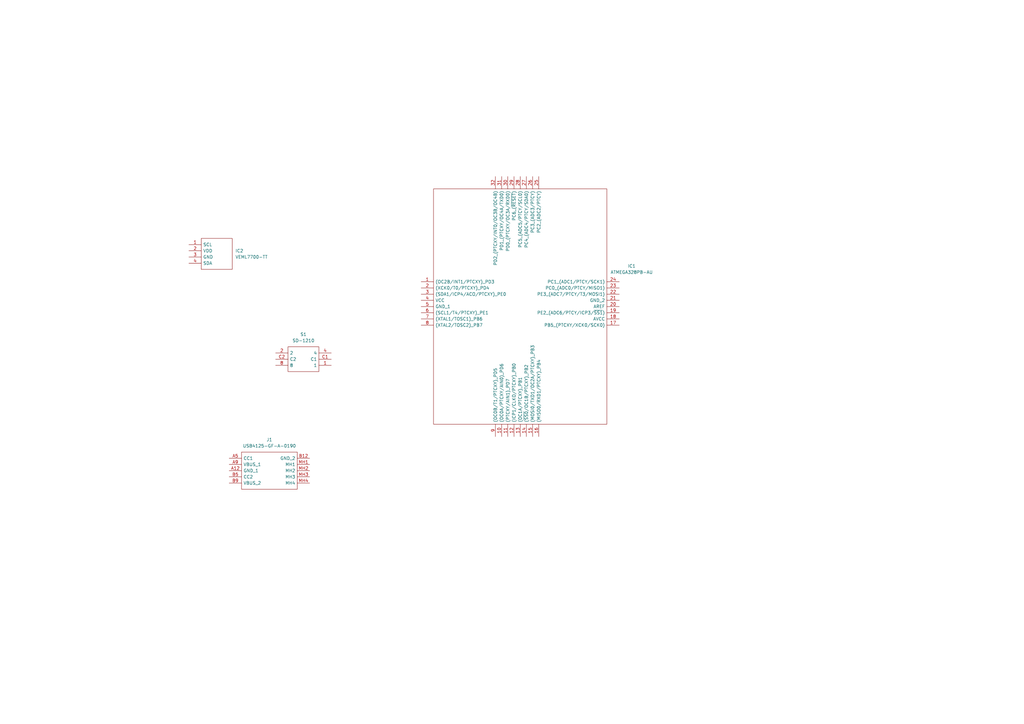
<source format=kicad_sch>
(kicad_sch (version 20230121) (generator eeschema)
  (paper "A3")
  (lib_symbols
    (symbol "SamacSys_Parts:ATMEGA328PB-AU" (pin_names (offset 0.762))
      (property "Reference" "IC" (at 77.47 43.18 0))
      (property "Value" "ATMEGA328PB-AU" (at 77.47 40.64 0))
      (symbol "ATMEGA328PB-AU_0_0"
        (pin passive line (at 0 0 0) (length 5.08) (name "(OC2B/INT1/PTCXY)_PD3") (number "1"))
        (pin passive line (at 33.02 -63.5 90) (length 5.08) (name "(OC0A/PTCXY/AIN0)_PD6") (number "10"))
        (pin passive line (at 35.56 -63.5 90) (length 5.08) (name "(PTCXY/AIN1)_PD7") (number "11"))
        (pin passive line (at 38.1 -63.5 90) (length 5.08) (name "(ICP1/CLKO/PTCXY)_PB0") (number "12"))
        (pin passive line (at 40.64 -63.5 90) (length 5.08) (name "(OC1A/PTCXY)_PB1") (number "13"))
        (pin passive line (at 43.18 -63.5 90) (length 5.08) (name "(~{SS0}/OC1B/PTCXY)_PB2") (number "14"))
        (pin passive line (at 45.72 -63.5 90) (length 5.08) (name "(MOSI0/TXD1/OC2A/PTCXY)_PB3") (number "15"))
        (pin passive line (at 48.26 -63.5 90) (length 5.08) (name "(MISO0/RXD1/PTCXY)_PB4") (number "16"))
        (pin passive line (at 81.28 -17.78 180) (length 5.08) (name "PB5_(PTCXY/XCK0/SCK0)") (number "17"))
        (pin passive line (at 81.28 -15.24 180) (length 5.08) (name "AVCC") (number "18"))
        (pin passive line (at 81.28 -12.7 180) (length 5.08) (name "PE2_(ADC6/PTCY/ICP3/~{SS1})") (number "19"))
        (pin passive line (at 0 -2.54 0) (length 5.08) (name "(XCK0/T0/PTCXY)_PD4") (number "2"))
        (pin passive line (at 81.28 -10.16 180) (length 5.08) (name "AREF") (number "20"))
        (pin passive line (at 81.28 -7.62 180) (length 5.08) (name "GND_2") (number "21"))
        (pin passive line (at 81.28 -5.08 180) (length 5.08) (name "PE3_(ADC7/PTCY/T3/MOSI1)") (number "22"))
        (pin passive line (at 81.28 -2.54 180) (length 5.08) (name "PC0_(ADC0/PTCY/MISO1)") (number "23"))
        (pin passive line (at 81.28 0 180) (length 5.08) (name "PC1_(ADC1/PTCY/SCK1)") (number "24"))
        (pin passive line (at 48.26 43.18 270) (length 5.08) (name "PC2_(ADC2/PTCY)") (number "25"))
        (pin passive line (at 45.72 43.18 270) (length 5.08) (name "PC3_(ADC3/PTCY)") (number "26"))
        (pin passive line (at 43.18 43.18 270) (length 5.08) (name "PC4_(ADC4/PTCY/SDA0)") (number "27"))
        (pin passive line (at 40.64 43.18 270) (length 5.08) (name "PC5_(ADC5/PTCY/SCL0)") (number "28"))
        (pin passive line (at 38.1 43.18 270) (length 5.08) (name "PC6_(~{RESET})") (number "29"))
        (pin passive line (at 0 -5.08 0) (length 5.08) (name "(SDA1/ICP4/ACO/PTCXY)_PE0") (number "3"))
        (pin passive line (at 35.56 43.18 270) (length 5.08) (name "PD0_(PTCXY/OC3A/RXD0)") (number "30"))
        (pin passive line (at 33.02 43.18 270) (length 5.08) (name "PD1_(PTCXY/OC4A/TXD0)") (number "31"))
        (pin passive line (at 30.48 43.18 270) (length 5.08) (name "PD2_(PTCXY/INT0/OC3B/OC4B)") (number "32"))
        (pin passive line (at 0 -7.62 0) (length 5.08) (name "VCC") (number "4"))
        (pin passive line (at 0 -10.16 0) (length 5.08) (name "GND_1") (number "5"))
        (pin passive line (at 0 -12.7 0) (length 5.08) (name "(SCL1/T4/PTCXY)_PE1") (number "6"))
        (pin passive line (at 0 -15.24 0) (length 5.08) (name "(XTAL1/TOSC1)_PB6") (number "7"))
        (pin passive line (at 0 -17.78 0) (length 5.08) (name "(XTAL2/TOSC2)_PB7") (number "8"))
        (pin passive line (at 30.48 -63.5 90) (length 5.08) (name "(OC0B/T1/PTCXY)_PD5") (number "9"))
      )
      (symbol "ATMEGA328PB-AU_0_1"
        (polyline (pts (xy 5.08 38.1) (xy 76.2 38.1) (xy 76.2 -58.42) (xy 5.08 -58.42) (xy 5.08 38.1)) (stroke (width 0.1524)))
      )
    )
    (symbol "SamacSys_Parts:SD-1210" (pin_names (offset 0.762))
      (property "Reference" "S" (at 19.05 7.62 0))
      (property "Value" "SD-1210" (at 19.05 5.08 0))
      (symbol "SD-1210_0_0"
        (pin passive line (at 22.86 -5.08 180) (length 5.08) (name "1") (number "1"))
        (pin passive line (at 0 0 0) (length 5.08) (name "2") (number "2"))
        (pin passive line (at 22.86 0 180) (length 5.08) (name "4") (number "4"))
        (pin passive line (at 0 -5.08 0) (length 5.08) (name "8") (number "8"))
        (pin passive line (at 22.86 -2.54 180) (length 5.08) (name "C1") (number "C1"))
        (pin passive line (at 0 -2.54 0) (length 5.08) (name "C2") (number "C2"))
      )
      (symbol "SD-1210_0_1"
        (polyline (pts (xy 5.08 2.54) (xy 17.78 2.54) (xy 17.78 -7.62) (xy 5.08 -7.62) (xy 5.08 2.54)) (stroke (width 0.1524)))
      )
    )
    (symbol "SamacSys_Parts:USB4125-GF-A-0190" (pin_names (offset 0.762))
      (property "Reference" "J" (at 29.21 7.62 0))
      (property "Value" "USB4125-GF-A-0190" (at 29.21 5.08 0))
      (symbol "USB4125-GF-A-0190_0_0"
        (pin passive line (at 0 -5.08 0) (length 5.08) (name "GND_1") (number "A12"))
        (pin passive line (at 0 0 0) (length 5.08) (name "CC1") (number "A5"))
        (pin passive line (at 0 -2.54 0) (length 5.08) (name "VBUS_1") (number "A9"))
        (pin passive line (at 33.02 0 180) (length 5.08) (name "GND_2") (number "B12"))
        (pin passive line (at 0 -7.62 0) (length 5.08) (name "CC2") (number "B5"))
        (pin passive line (at 0 -10.16 0) (length 5.08) (name "VBUS_2") (number "B9"))
        (pin passive line (at 33.02 -2.54 180) (length 5.08) (name "MH1") (number "MH1"))
        (pin passive line (at 33.02 -5.08 180) (length 5.08) (name "MH2") (number "MH2"))
        (pin passive line (at 33.02 -7.62 180) (length 5.08) (name "MH3") (number "MH3"))
        (pin passive line (at 33.02 -10.16 180) (length 5.08) (name "MH4") (number "MH4"))
      )
      (symbol "USB4125-GF-A-0190_0_1"
        (polyline (pts (xy 5.08 2.54) (xy 27.94 2.54) (xy 27.94 -12.7) (xy 5.08 -12.7) (xy 5.08 2.54)) (stroke (width 0.1524)))
      )
    )
    (symbol "SamacSys_Parts:VEML7700-TT" (pin_names (offset 0.762))
      (property "Reference" "IC" (at 19.05 7.62 0))
      (property "Value" "VEML7700-TT" (at 19.05 5.08 0))
      (symbol "VEML7700-TT_0_0"
        (pin passive line (at 0 0 0) (length 5.08) (name "SCL") (number "1"))
        (pin passive line (at 0 -2.54 0) (length 5.08) (name "VDD") (number "2"))
        (pin passive line (at 0 -5.08 0) (length 5.08) (name "GND") (number "3"))
        (pin passive line (at 0 -7.62 0) (length 5.08) (name "SDA") (number "4"))
      )
      (symbol "VEML7700-TT_0_1"
        (polyline (pts (xy 5.08 2.54) (xy 17.78 2.54) (xy 17.78 -10.16) (xy 5.08 -10.16) (xy 5.08 2.54)) (stroke (width 0.1524)))
      )
    )
  )
  (symbol (lib_id "SamacSys_Parts:USB4125-GF-A-0190") (at 93.98 187.96 0) (unit 1)
    (property "Reference" "J1" (at 110.49 180.34 0))
    (property "Value" "USB4125-GF-A-0190" (at 110.49 182.88 0))
    (property "Footprint" "USB4125GFA0190" (effects hide))
    (property "Description" "USB Connectors USB C Rec GF RA 6P SMT TH Stakes 1.9mm" (effects hide))
    (property "Mouser Part Number" "640-USB4125-GF-A-190" (effects hide))
    (property "Mouser Price/Stock" "https://www.mouser.co.uk/ProductDetail/GCT/USB4125-GF-A-0190?qs=QNEnbhJQKvbCz4hEJBS24w%3D%3D" (effects hide))
    (property "Manufacturer_Name" "GCT (GLOBAL CONNECTOR TECHNOLOGY)" (effects hide))
    (property "Manufacturer_Part_Number" "USB4125-GF-A-0190" (effects hide))
  )
  (symbol (lib_id "SamacSys_Parts:SD-1210") (at 113.03 144.78 0) (unit 1)
    (property "Reference" "S1" (at 124.46 137.16 0))
    (property "Value" "SD-1210" (at 124.46 139.7 0))
    (property "Footprint" "SD1210" (effects hide))
    (property "Datasheet" "https://www.mouser.ch/datasheet/2/972/sd_1000_26sd_2000-1827479.pdf" (effects hide))
    (property "Description" "Coded Rotary Switches dip rotary code hex, real code, top adj. with + slot" (effects hide))
    (property "Height" "4.2" (effects hide))
    (property "Mouser Part Number" "229-SD-1210" (effects hide))
    (property "Mouser Price/Stock" "https://www.mouser.co.uk/ProductDetail/Nidec-Copal/SD-1210?qs=XeJtXLiO41R8TV%2F4jbbpgQ%3D%3D" (effects hide))
    (property "Manufacturer_Name" "NIDEC COPAL" (effects hide))
    (property "Manufacturer_Part_Number" "SD-1210" (effects hide))
  )
  (symbol (lib_id "SamacSys_Parts:VEML7700-TT") (at 77.47 100.33 0) (unit 1)
    (property "Reference" "IC2" (at 96.52 102.87 0) (effects (justify left)))
    (property "Value" "VEML7700-TT" (at 96.52 105.41 0) (effects (justify left)))
    (property "Footprint" "VEML7700" (effects hide))
    (property "Datasheet" "https://www.arrow.com/en/products/veml7700-tt/vishay" (effects hide))
    (property "Description" "16Bit Ambient Light Sensor I2C 6.8x2.3mm" (effects hide))
    (property "Mouser Part Number" "78-VEML7700-TT" (effects hide))
    (property "Mouser Price/Stock" "https://www.mouser.co.uk/ProductDetail/Vishay-Semiconductors/VEML7700-TT?qs=BcfjnG7NVaXdL6DJFdWbdw%3D%3D" (effects hide))
    (property "Manufacturer_Name" "Vishay" (effects hide))
    (property "Manufacturer_Part_Number" "VEML7700-TT" (effects hide))
  )
  (symbol (lib_id "SamacSys_Parts:ATMEGA328PB-AU") (at 172.72 115.57 0) (unit 1)
    (property "Reference" "IC1" (at 259.08 109.1183 0))
    (property "Value" "ATMEGA328PB-AU" (at 259.08 111.6583 0))
    (property "Footprint" "QFP80P900X900X120-32N" (effects hide))
    (property "Description" "ATMEL - ATMEGA328PB-AU - MCU, 8BIT, ATMEGA, 20MHZ, TQFP-32" (effects hide))
    (property "Height" "1.2" (effects hide))
    (property "Mouser Part Number" "556-ATMEGA328PB-AU" (effects hide))
    (property "Mouser Price/Stock" "https://www.mouser.co.uk/ProductDetail/Microchip-Technology/ATMEGA328PB-AU?qs=jy4bLUHv09hbFONgGrqPbw%3D%3D" (effects hide))
    (property "Manufacturer_Name" "Microchip" (effects hide))
    (property "Manufacturer_Part_Number" "ATMEGA328PB-AU" (effects hide))
  )
)
</source>
